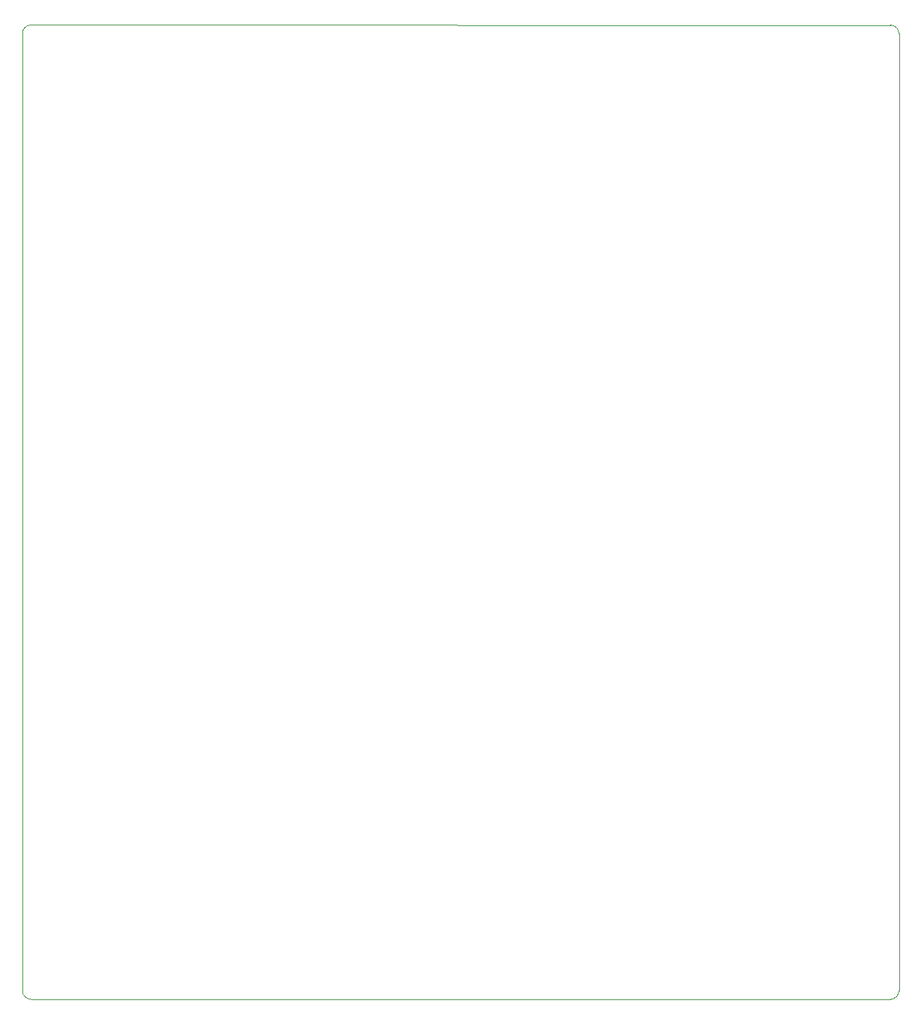
<source format=gbr>
%TF.GenerationSoftware,KiCad,Pcbnew,(6.0.8)*%
%TF.CreationDate,2024-02-14T13:25:33+01:00*%
%TF.ProjectId,pdms,70646d73-2e6b-4696-9361-645f70636258,rev?*%
%TF.SameCoordinates,Original*%
%TF.FileFunction,Profile,NP*%
%FSLAX46Y46*%
G04 Gerber Fmt 4.6, Leading zero omitted, Abs format (unit mm)*
G04 Created by KiCad (PCBNEW (6.0.8)) date 2024-02-14 13:25:33*
%MOMM*%
%LPD*%
G01*
G04 APERTURE LIST*
%TA.AperFunction,Profile*%
%ADD10C,0.100000*%
%TD*%
G04 APERTURE END LIST*
D10*
X118961690Y-161751286D02*
X118961690Y-49941288D01*
X16457108Y-49932894D02*
X16457107Y-161742893D01*
X118961712Y-49941288D02*
G75*
G03*
X117961690Y-48941288I-1000012J-12D01*
G01*
X17457107Y-162742893D02*
X117961690Y-162751286D01*
X17457108Y-48932908D02*
G75*
G03*
X16457108Y-49932894I-8J-999992D01*
G01*
X117961690Y-48941288D02*
X17457108Y-48932894D01*
X16457107Y-161742893D02*
G75*
G03*
X17457107Y-162742893I999993J-7D01*
G01*
X117961690Y-162751290D02*
G75*
G03*
X118961690Y-161751286I10J999990D01*
G01*
M02*

</source>
